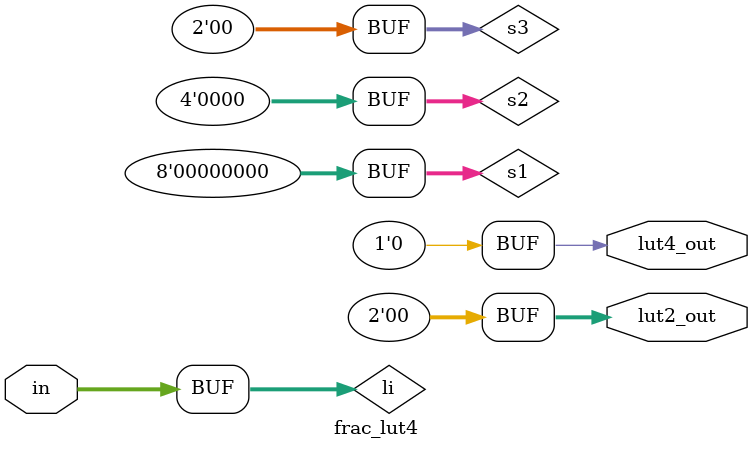
<source format=v>
module frac_lut4(
   input [0:3] in,
   output [0:1] lut2_out,
   output lut4_out
);
    parameter [0:15] LUT = 0;
    wire [0:3] li = in;
    wire [0:7] s1 = li[0] ?
        {LUT[0], LUT[2], LUT[4], LUT[6], LUT[8], LUT[10], LUT[12], LUT[14]}:
        {LUT[1], LUT[3], LUT[5], LUT[7], LUT[9], LUT[11], LUT[13], LUT[15]};
    wire [0:3] s2 = li[1] ? {s1[0], s1[2], s1[4], s1[6]} : 
                            {s1[1], s1[3], s1[5], s1[7]};
    wire [0:1] s3 = li[2] ? {s2[0], s2[2]} : {s2[1], s2[3]};
    assign lut2_out[0] = s2[2];
    assign lut2_out[1] = s2[3];
    assign  lut4_out = li[3] ? s3[0] : s3[1];
endmodule
</source>
